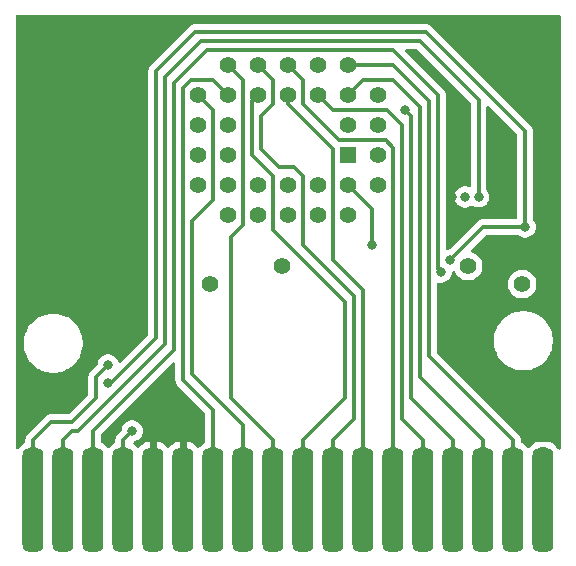
<source format=gbr>
%TF.GenerationSoftware,KiCad,Pcbnew,(6.0.5-71-gf89d5f9949)*%
%TF.CreationDate,2022-07-15T15:52:26+02:00*%
%TF.ProjectId,Vectorblade_PLCC32_THT,56656374-6f72-4626-9c61-64655f504c43,rev?*%
%TF.SameCoordinates,Original*%
%TF.FileFunction,Copper,L2,Bot*%
%TF.FilePolarity,Positive*%
%FSLAX46Y46*%
G04 Gerber Fmt 4.6, Leading zero omitted, Abs format (unit mm)*
G04 Created by KiCad (PCBNEW (6.0.5-71-gf89d5f9949)) date 2022-07-15 15:52:26*
%MOMM*%
%LPD*%
G01*
G04 APERTURE LIST*
G04 Aperture macros list*
%AMRoundRect*
0 Rectangle with rounded corners*
0 $1 Rounding radius*
0 $2 $3 $4 $5 $6 $7 $8 $9 X,Y pos of 4 corners*
0 Add a 4 corners polygon primitive as box body*
4,1,4,$2,$3,$4,$5,$6,$7,$8,$9,$2,$3,0*
0 Add four circle primitives for the rounded corners*
1,1,$1+$1,$2,$3*
1,1,$1+$1,$4,$5*
1,1,$1+$1,$6,$7*
1,1,$1+$1,$8,$9*
0 Add four rect primitives between the rounded corners*
20,1,$1+$1,$2,$3,$4,$5,0*
20,1,$1+$1,$4,$5,$6,$7,0*
20,1,$1+$1,$6,$7,$8,$9,0*
20,1,$1+$1,$8,$9,$2,$3,0*%
G04 Aperture macros list end*
%TA.AperFunction,ComponentPad*%
%ADD10C,1.422400*%
%TD*%
%TA.AperFunction,ComponentPad*%
%ADD11R,1.422400X1.422400*%
%TD*%
%TA.AperFunction,SMDPad,CuDef*%
%ADD12RoundRect,0.666750X-0.222250X-3.778250X0.222250X-3.778250X0.222250X3.778250X-0.222250X3.778250X0*%
%TD*%
%TA.AperFunction,ViaPad*%
%ADD13C,0.800000*%
%TD*%
%TA.AperFunction,Conductor*%
%ADD14C,0.300000*%
%TD*%
G04 APERTURE END LIST*
D10*
%TO.P,,22,CE*%
%TO.N,Net-(U1-Pad22)*%
X150876000Y-96012000D03*
%TD*%
D11*
%TO.P,U1,1,NC*%
%TO.N,unconnected-(U1-Pad1)*%
X162560000Y-85090000D03*
D10*
%TO.P,U1,2,A16*%
%TO.N,/PB6*%
X165100000Y-82550000D03*
%TO.P,U1,3,A15*%
%TO.N,/V-CE*%
X162560000Y-82550000D03*
%TO.P,U1,4,A12*%
%TO.N,/V-A12*%
X165100000Y-80010000D03*
%TO.P,U1,5,A7*%
%TO.N,/V-A7*%
X162560000Y-77470000D03*
%TO.P,U1,6,A6*%
%TO.N,/V-A6*%
X162560000Y-80010000D03*
%TO.P,U1,7,A5*%
%TO.N,/V-A5*%
X160020000Y-77470000D03*
%TO.P,U1,8,A4*%
%TO.N,/V-A4*%
X160020000Y-80010000D03*
%TO.P,U1,9,A3*%
%TO.N,/V-A3*%
X157480000Y-77470000D03*
%TO.P,U1,10,A2*%
%TO.N,/V-A2*%
X157480000Y-80010000D03*
%TO.P,U1,11,A1*%
%TO.N,/V-A1*%
X154940000Y-77470000D03*
%TO.P,U1,12,A0*%
%TO.N,/V-A0*%
X154940000Y-80010000D03*
%TO.P,U1,13,D0*%
%TO.N,/V-D0*%
X152400000Y-77470000D03*
%TO.P,U1,14,D1*%
%TO.N,/V-D1*%
X149860000Y-80010000D03*
%TO.P,U1,15,D2*%
%TO.N,/V-D2*%
X152400000Y-80010000D03*
%TO.P,U1,16,GND*%
%TO.N,GND*%
X149860000Y-82550000D03*
%TO.P,U1,17,D3*%
%TO.N,/V-D3*%
X152400000Y-82550000D03*
%TO.P,U1,18,D4*%
%TO.N,/V-D4*%
X149860000Y-85090000D03*
%TO.P,U1,19,D5*%
%TO.N,/V-D5*%
X152400000Y-85090000D03*
%TO.P,U1,20,D6*%
%TO.N,/V-D6*%
X149860000Y-87630000D03*
%TO.P,U1,21,D7*%
%TO.N,/V-D7*%
X152400000Y-90170000D03*
%TO.P,U1,22,CE*%
%TO.N,Net-(U1-Pad22)*%
X152400000Y-87630000D03*
%TO.P,U1,23,A10*%
%TO.N,/V-A10*%
X154940000Y-90170000D03*
%TO.P,U1,24,OE*%
%TO.N,Net-(U1-Pad24)*%
X154940000Y-87630000D03*
%TO.P,U1,25,A11*%
%TO.N,/V-A11*%
X157480000Y-90170000D03*
%TO.P,U1,26,A9*%
%TO.N,/V-A9*%
X157480000Y-87630000D03*
%TO.P,U1,27,A8*%
%TO.N,/V-A8*%
X160020000Y-90170000D03*
%TO.P,U1,28,A13*%
%TO.N,/V-A13*%
X160020000Y-87630000D03*
%TO.P,U1,29,A14*%
%TO.N,/V-A14*%
X162560000Y-90170000D03*
%TO.P,U1,30,A17*%
%TO.N,/IRQ*%
X165100000Y-87630000D03*
%TO.P,U1,31,PGM*%
%TO.N,/V-RW*%
X162560000Y-87630000D03*
%TO.P,U1,32,VCC*%
%TO.N,+5V*%
X165100000Y-85090000D03*
%TD*%
D12*
%TO.P,CON3,1,HALT*%
%TO.N,unconnected-(CON3-Pad1)*%
X179070000Y-114300000D03*
%TO.P,CON3,3,A7*%
%TO.N,/V-A7*%
X176530000Y-114300000D03*
%TO.P,CON3,5,A6*%
%TO.N,/V-A6*%
X173990000Y-114300000D03*
%TO.P,CON3,7,A5*%
%TO.N,/V-A5*%
X171450000Y-114300000D03*
%TO.P,CON3,9,A4*%
%TO.N,/V-A4*%
X168910000Y-114300000D03*
%TO.P,CON3,11,A3*%
%TO.N,/V-A3*%
X166370000Y-114300000D03*
%TO.P,CON3,13,A2*%
%TO.N,/V-A2*%
X163830000Y-114300000D03*
%TO.P,CON3,15,A1*%
%TO.N,/V-A1*%
X161290000Y-114300000D03*
%TO.P,CON3,17,A0*%
%TO.N,/V-A0*%
X158750000Y-114300000D03*
%TO.P,CON3,19,D0*%
%TO.N,/V-D0*%
X156210000Y-114300000D03*
%TO.P,CON3,21,D1*%
%TO.N,/V-D1*%
X153670000Y-114300000D03*
%TO.P,CON3,23,D2*%
%TO.N,/V-D2*%
X151130000Y-114300000D03*
%TO.P,CON3,25,GND*%
%TO.N,GND*%
X148590000Y-114300000D03*
%TO.P,CON3,27,GND1*%
X146050000Y-114300000D03*
%TO.P,CON3,29,A12*%
%TO.N,/V-A12*%
X143510000Y-114300000D03*
%TO.P,CON3,31,A13*%
%TO.N,/V-A13*%
X140970000Y-114300000D03*
%TO.P,CON3,33,A14*%
%TO.N,/V-A14*%
X138430000Y-114300000D03*
%TO.P,CON3,35,PB6*%
%TO.N,/PB6*%
X135890000Y-114300000D03*
%TD*%
D10*
%TO.P,,22,CE*%
%TO.N,Net-(U1-Pad22)*%
X177292000Y-96012000D03*
%TD*%
%TO.P,,24,OE*%
%TO.N,Net-(U1-Pad24)*%
X156972000Y-94488000D03*
%TD*%
%TO.P,,24,OE*%
%TO.N,Net-(U1-Pad24)*%
X172720000Y-94488000D03*
%TD*%
D13*
%TO.N,GND*%
X135890000Y-104775000D03*
X175260000Y-82804000D03*
X146050000Y-107188000D03*
X171323000Y-88667977D03*
X147320000Y-105918000D03*
X144780000Y-97536000D03*
X135890000Y-97155000D03*
X177546000Y-94234000D03*
X168656000Y-76962000D03*
X147320000Y-108458000D03*
X144780000Y-94742000D03*
X135890000Y-74930000D03*
X144780000Y-85852000D03*
X171958000Y-81026000D03*
X178816000Y-86995000D03*
X179070000Y-97155000D03*
X179070000Y-74930000D03*
X146050000Y-108458000D03*
X144780000Y-91694000D03*
X171958000Y-83058000D03*
X176403000Y-94234000D03*
X147320000Y-107188000D03*
X176403000Y-86995000D03*
X144780000Y-88900000D03*
X146050000Y-105918000D03*
X144780000Y-100330000D03*
X179070000Y-104775000D03*
%TO.N,/V-A5*%
X167386000Y-81280000D03*
%TO.N,/V-CE*%
X172466000Y-88646000D03*
%TO.N,/V-A12*%
X144272000Y-108458000D03*
%TO.N,/V-A13*%
X170434000Y-94996000D03*
%TO.N,/V-A14*%
X173609000Y-88630536D03*
%TO.N,/V-RW*%
X177546000Y-91186000D03*
X171196000Y-93980000D03*
X164592000Y-92710000D03*
X142240000Y-104394000D03*
%TO.N,/PB6*%
X142240000Y-102870000D03*
%TD*%
D14*
%TO.N,/V-A13*%
X140970000Y-108458000D02*
X140970000Y-114300000D01*
X166370000Y-76200000D02*
X150622000Y-76200000D01*
X170180000Y-80010000D02*
X166370000Y-76200000D01*
X170180000Y-94742000D02*
X170180000Y-80010000D01*
X147828000Y-101600000D02*
X140970000Y-108458000D01*
X170434000Y-94996000D02*
X170180000Y-94742000D01*
X150622000Y-76200000D02*
X147828000Y-78994000D01*
X147828000Y-78994000D02*
X147828000Y-101600000D01*
%TO.N,/V-A4*%
X161290000Y-81280000D02*
X160020000Y-80010000D01*
X165850037Y-81280000D02*
X161290000Y-81280000D01*
X167132000Y-82561963D02*
X165850037Y-81280000D01*
X167132000Y-107442000D02*
X167132000Y-82561963D01*
X168910000Y-114300000D02*
X168910000Y-109220000D01*
X168910000Y-109220000D02*
X167132000Y-107442000D01*
%TO.N,/V-A5*%
X171450000Y-109220000D02*
X171450000Y-114300000D01*
X167894000Y-81788000D02*
X167894000Y-105664000D01*
X167386000Y-81280000D02*
X167894000Y-81788000D01*
X167894000Y-105664000D02*
X171450000Y-109220000D01*
%TO.N,/V-A6*%
X163830000Y-78740000D02*
X162560000Y-80010000D01*
X168656000Y-81026000D02*
X166370000Y-78740000D01*
X166370000Y-78740000D02*
X163830000Y-78740000D01*
X168656000Y-103886000D02*
X168656000Y-81026000D01*
X173990000Y-109220000D02*
X168656000Y-103886000D01*
X173990000Y-114300000D02*
X173990000Y-109220000D01*
%TO.N,/V-A7*%
X166370000Y-77470000D02*
X162560000Y-77470000D01*
X169418000Y-80518000D02*
X166370000Y-77470000D01*
X176530000Y-109220000D02*
X169418000Y-102108000D01*
X169418000Y-102108000D02*
X169418000Y-80518000D01*
X176530000Y-114300000D02*
X176530000Y-109220000D01*
%TO.N,/V-RW*%
X169164000Y-74676000D02*
X177546000Y-83058000D01*
X177546000Y-83058000D02*
X177546000Y-91186000D01*
X149606000Y-74676000D02*
X169164000Y-74676000D01*
X146304000Y-100584000D02*
X146304000Y-77978000D01*
X142240000Y-104394000D02*
X142494000Y-104394000D01*
X142494000Y-104394000D02*
X146304000Y-100584000D01*
X146304000Y-77978000D02*
X149606000Y-74676000D01*
%TO.N,/V-A14*%
X138430000Y-109220000D02*
X138430000Y-114300000D01*
X139192000Y-108458000D02*
X138430000Y-109220000D01*
X147066000Y-78486000D02*
X147066000Y-101092000D01*
X147066000Y-101092000D02*
X139700000Y-108458000D01*
X168656000Y-75438000D02*
X150114000Y-75438000D01*
X139700000Y-108458000D02*
X139192000Y-108458000D01*
X150114000Y-75438000D02*
X147066000Y-78486000D01*
X173609000Y-80391000D02*
X168656000Y-75438000D01*
X173609000Y-88630536D02*
X173609000Y-80391000D01*
%TO.N,/V-A3*%
X158750000Y-78740000D02*
X157480000Y-77470000D01*
X161798000Y-83820000D02*
X158750000Y-80772000D01*
X165735000Y-83820000D02*
X161798000Y-83820000D01*
X166370000Y-84455000D02*
X165735000Y-83820000D01*
X158750000Y-80772000D02*
X158750000Y-78740000D01*
X166370000Y-114300000D02*
X166370000Y-84455000D01*
%TO.N,/V-A2*%
X163830000Y-114300000D02*
X163830000Y-96520000D01*
X157480000Y-80772000D02*
X157480000Y-80010000D01*
X161290000Y-93980000D02*
X161290000Y-84582000D01*
X163830000Y-96520000D02*
X161290000Y-93980000D01*
X161290000Y-84582000D02*
X157480000Y-80772000D01*
%TO.N,/V-A1*%
X161290000Y-114300000D02*
X161290000Y-109220000D01*
X155194000Y-84582000D02*
X155194000Y-81788000D01*
X161290000Y-109220000D02*
X163068000Y-107442000D01*
X157988000Y-86106000D02*
X156718000Y-86106000D01*
X158750000Y-86868000D02*
X157988000Y-86106000D01*
X158750000Y-92710000D02*
X158750000Y-86868000D01*
X163068000Y-97028000D02*
X158750000Y-92710000D01*
X155194000Y-81788000D02*
X156210000Y-80772000D01*
X163068000Y-107442000D02*
X163068000Y-97028000D01*
X156718000Y-86106000D02*
X155194000Y-84582000D01*
X156210000Y-78740000D02*
X154940000Y-77470000D01*
X156210000Y-80772000D02*
X156210000Y-78740000D01*
%TO.N,/V-A0*%
X156210000Y-86868000D02*
X154432000Y-85090000D01*
X162306000Y-105664000D02*
X162306000Y-97536000D01*
X156210000Y-91440000D02*
X156210000Y-86868000D01*
X154432000Y-85090000D02*
X154432000Y-80518000D01*
X162306000Y-97536000D02*
X156210000Y-91440000D01*
X154432000Y-80518000D02*
X154940000Y-80010000D01*
X158750000Y-114300000D02*
X158750000Y-109220000D01*
X158750000Y-109220000D02*
X162306000Y-105664000D01*
%TO.N,/V-D0*%
X153670000Y-91047036D02*
X153670000Y-78740000D01*
X153670000Y-78740000D02*
X152400000Y-77470000D01*
X152654000Y-92063036D02*
X153670000Y-91047036D01*
X152654000Y-105664000D02*
X152654000Y-92063036D01*
X156210000Y-114300000D02*
X156210000Y-109220000D01*
X156210000Y-109220000D02*
X152654000Y-105664000D01*
%TO.N,/V-D1*%
X149352000Y-103632000D02*
X149352000Y-90678000D01*
X153670000Y-114300000D02*
X153670000Y-107950000D01*
X151130000Y-88900000D02*
X151130000Y-81280000D01*
X151130000Y-81280000D02*
X149860000Y-80010000D01*
X153670000Y-107950000D02*
X149352000Y-103632000D01*
X149352000Y-90678000D02*
X151130000Y-88900000D01*
%TO.N,/V-D2*%
X148590000Y-79375000D02*
X149225000Y-78740000D01*
X151130000Y-78740000D02*
X152400000Y-80010000D01*
X151130000Y-114300000D02*
X151130000Y-106680000D01*
X151130000Y-106680000D02*
X148590000Y-104140000D01*
X148590000Y-104140000D02*
X148590000Y-79375000D01*
X149225000Y-78740000D02*
X151130000Y-78740000D01*
%TO.N,/V-A12*%
X143510000Y-109220000D02*
X143510000Y-114300000D01*
X144272000Y-108458000D02*
X143510000Y-109220000D01*
%TO.N,/V-RW*%
X173990000Y-91186000D02*
X171196000Y-93980000D01*
X164592000Y-89662000D02*
X162560000Y-87630000D01*
X177546000Y-91186000D02*
X173990000Y-91186000D01*
X164592000Y-92710000D02*
X164592000Y-89662000D01*
%TO.N,/PB6*%
X139192000Y-107696000D02*
X137414000Y-107696000D01*
X137414000Y-107696000D02*
X135890000Y-109220000D01*
X142240000Y-102870000D02*
X141224000Y-103886000D01*
X141224000Y-103886000D02*
X141224000Y-105664000D01*
X135890000Y-109220000D02*
X135890000Y-114300000D01*
X141224000Y-105664000D02*
X139192000Y-107696000D01*
%TD*%
%TA.AperFunction,Conductor*%
%TO.N,GND*%
G36*
X147895859Y-102662805D02*
G01*
X147934423Y-102729600D01*
X147939500Y-102768164D01*
X147939500Y-104059846D01*
X147939002Y-104070414D01*
X147937240Y-104078296D01*
X147937535Y-104087668D01*
X147939426Y-104147849D01*
X147939500Y-104152530D01*
X147939500Y-104180925D01*
X147940085Y-104185558D01*
X147940357Y-104189884D01*
X147941006Y-104198125D01*
X147942403Y-104242569D01*
X147945018Y-104251568D01*
X147947774Y-104261054D01*
X147952516Y-104283953D01*
X147954929Y-104303058D01*
X147958380Y-104311774D01*
X147971302Y-104344410D01*
X147975850Y-104357693D01*
X147988256Y-104400398D01*
X147993028Y-104408467D01*
X147998059Y-104416974D01*
X148008342Y-104437963D01*
X148015432Y-104455871D01*
X148041575Y-104491854D01*
X148049275Y-104503576D01*
X148071919Y-104541865D01*
X148085534Y-104555480D01*
X148100719Y-104573259D01*
X148112037Y-104588837D01*
X148146179Y-104617081D01*
X148146304Y-104617185D01*
X148156687Y-104626633D01*
X150435859Y-106905805D01*
X150474423Y-106972600D01*
X150479500Y-107011164D01*
X150479500Y-109337895D01*
X150459538Y-109412395D01*
X150405000Y-109466933D01*
X150391227Y-109473958D01*
X150334071Y-109499466D01*
X150278422Y-109537784D01*
X150163002Y-109617258D01*
X150162998Y-109617261D01*
X150157381Y-109621129D01*
X150005821Y-109772954D01*
X150001960Y-109778582D01*
X150001956Y-109778587D01*
X149987344Y-109799888D01*
X149928738Y-109850030D01*
X149852914Y-109864151D01*
X149780188Y-109838468D01*
X149741756Y-109800103D01*
X149722531Y-109772183D01*
X149713828Y-109761737D01*
X149570691Y-109618851D01*
X149560224Y-109610161D01*
X149393449Y-109495753D01*
X149381579Y-109489119D01*
X149196749Y-109407021D01*
X149183860Y-109402658D01*
X148986432Y-109355443D01*
X148974458Y-109353594D01*
X148909567Y-109348943D01*
X148893838Y-109351972D01*
X148890000Y-109363054D01*
X148890000Y-110744000D01*
X148290000Y-110744000D01*
X148290000Y-109367168D01*
X148285855Y-109351697D01*
X148274591Y-109348679D01*
X148203511Y-109353880D01*
X148191525Y-109355750D01*
X147994186Y-109403309D01*
X147981307Y-109407693D01*
X147796625Y-109490112D01*
X147784758Y-109496772D01*
X147618180Y-109611471D01*
X147607737Y-109620172D01*
X147464851Y-109763309D01*
X147456161Y-109773776D01*
X147442787Y-109793271D01*
X147384182Y-109843413D01*
X147308357Y-109857534D01*
X147235631Y-109831851D01*
X147197197Y-109793484D01*
X147182526Y-109772178D01*
X147173828Y-109761737D01*
X147030691Y-109618851D01*
X147020224Y-109610161D01*
X146853449Y-109495753D01*
X146841579Y-109489119D01*
X146656749Y-109407021D01*
X146643860Y-109402658D01*
X146446432Y-109355443D01*
X146434458Y-109353594D01*
X146369567Y-109348943D01*
X146353838Y-109351972D01*
X146350000Y-109363054D01*
X146350000Y-110744000D01*
X145750000Y-110744000D01*
X145750000Y-109367168D01*
X145745855Y-109351697D01*
X145734591Y-109348679D01*
X145663511Y-109353880D01*
X145651525Y-109355750D01*
X145454186Y-109403309D01*
X145441307Y-109407693D01*
X145256625Y-109490112D01*
X145244758Y-109496772D01*
X145078180Y-109611471D01*
X145067737Y-109620172D01*
X144924851Y-109763309D01*
X144916159Y-109773779D01*
X144898241Y-109799897D01*
X144839636Y-109850038D01*
X144763812Y-109864159D01*
X144691085Y-109838475D01*
X144652653Y-109800110D01*
X144636742Y-109777003D01*
X144636741Y-109777002D01*
X144632871Y-109771381D01*
X144623211Y-109761737D01*
X144557388Y-109696030D01*
X144481046Y-109619821D01*
X144449488Y-109598172D01*
X144399346Y-109539567D01*
X144385225Y-109463742D01*
X144410908Y-109391016D01*
X144469513Y-109340874D01*
X144502799Y-109329560D01*
X144544161Y-109320769D01*
X144544167Y-109320767D01*
X144551803Y-109319144D01*
X144724730Y-109242151D01*
X144805114Y-109183749D01*
X144871551Y-109135480D01*
X144871553Y-109135479D01*
X144877871Y-109130888D01*
X144941930Y-109059744D01*
X144999307Y-108996021D01*
X144999311Y-108996016D01*
X145004533Y-108990216D01*
X145015963Y-108970420D01*
X145073348Y-108871025D01*
X145099179Y-108826284D01*
X145157674Y-108646256D01*
X145161468Y-108610164D01*
X145176644Y-108465764D01*
X145177460Y-108458000D01*
X145165741Y-108346500D01*
X145158491Y-108277514D01*
X145158490Y-108277511D01*
X145157674Y-108269744D01*
X145099179Y-108089716D01*
X145004533Y-107925784D01*
X144999311Y-107919984D01*
X144999307Y-107919979D01*
X144933597Y-107847002D01*
X144877871Y-107785112D01*
X144724730Y-107673849D01*
X144551803Y-107596856D01*
X144544167Y-107595233D01*
X144544164Y-107595232D01*
X144374287Y-107559124D01*
X144374286Y-107559124D01*
X144366646Y-107557500D01*
X144177354Y-107557500D01*
X144169714Y-107559124D01*
X144169713Y-107559124D01*
X143999836Y-107595232D01*
X143999833Y-107595233D01*
X143992197Y-107596856D01*
X143819270Y-107673849D01*
X143666129Y-107785112D01*
X143610403Y-107847002D01*
X143544693Y-107919979D01*
X143544689Y-107919984D01*
X143539467Y-107925784D01*
X143444821Y-108089716D01*
X143386326Y-108269744D01*
X143385510Y-108277504D01*
X143385510Y-108277506D01*
X143373756Y-108389339D01*
X143346115Y-108461344D01*
X143330931Y-108479123D01*
X143106701Y-108703353D01*
X143098879Y-108710471D01*
X143092060Y-108714798D01*
X143085643Y-108721632D01*
X143085640Y-108721634D01*
X143044428Y-108765521D01*
X143041171Y-108768883D01*
X143021089Y-108788965D01*
X143018223Y-108792659D01*
X143015352Y-108795916D01*
X143009995Y-108802188D01*
X142987368Y-108826284D01*
X142979552Y-108834607D01*
X142970274Y-108851485D01*
X142957443Y-108871017D01*
X142945638Y-108886236D01*
X142941914Y-108894841D01*
X142941912Y-108894845D01*
X142927977Y-108927049D01*
X142921805Y-108939648D01*
X142900373Y-108978632D01*
X142898042Y-108987711D01*
X142895583Y-108997288D01*
X142888011Y-109019406D01*
X142880365Y-109037074D01*
X142878899Y-109046330D01*
X142878898Y-109046333D01*
X142873409Y-109080990D01*
X142870563Y-109094734D01*
X142862330Y-109126802D01*
X142859500Y-109137823D01*
X142859500Y-109157079D01*
X142857665Y-109180389D01*
X142854653Y-109199405D01*
X142855535Y-109208734D01*
X142858839Y-109243686D01*
X142859500Y-109257709D01*
X142859500Y-109337895D01*
X142839538Y-109412395D01*
X142785000Y-109466933D01*
X142771227Y-109473958D01*
X142714071Y-109499466D01*
X142658422Y-109537784D01*
X142543002Y-109617258D01*
X142542998Y-109617261D01*
X142537381Y-109621129D01*
X142385821Y-109772954D01*
X142381957Y-109778587D01*
X142381953Y-109778592D01*
X142362799Y-109806513D01*
X142304195Y-109856655D01*
X142228370Y-109870777D01*
X142155644Y-109845094D01*
X142117210Y-109806728D01*
X142096742Y-109777003D01*
X142096741Y-109777002D01*
X142092871Y-109771381D01*
X142083211Y-109761737D01*
X142017388Y-109696030D01*
X141941046Y-109619821D01*
X141795866Y-109520227D01*
X141769774Y-109502328D01*
X141769773Y-109502327D01*
X141764144Y-109498466D01*
X141757909Y-109495697D01*
X141757901Y-109495692D01*
X141709016Y-109473979D01*
X141649033Y-109425494D01*
X141621330Y-109353513D01*
X141620500Y-109337808D01*
X141620500Y-108789164D01*
X141640462Y-108714664D01*
X141664141Y-108683805D01*
X147685141Y-102662805D01*
X147751936Y-102624241D01*
X147829064Y-102624241D01*
X147895859Y-102662805D01*
G37*
%TD.AperFunction*%
%TA.AperFunction,Conductor*%
G36*
X180523000Y-73246062D02*
G01*
X180577538Y-73300600D01*
X180597500Y-73375100D01*
X180597500Y-109883608D01*
X180577538Y-109958108D01*
X180523000Y-110012646D01*
X180448500Y-110032608D01*
X180374000Y-110012646D01*
X180318561Y-109956524D01*
X180317317Y-109954308D01*
X180314534Y-109948071D01*
X180256755Y-109864159D01*
X180196742Y-109777002D01*
X180196739Y-109776998D01*
X180192871Y-109771381D01*
X180183211Y-109761737D01*
X180117388Y-109696030D01*
X180041046Y-109619821D01*
X179895866Y-109520227D01*
X179869774Y-109502328D01*
X179869773Y-109502327D01*
X179864144Y-109498466D01*
X179857907Y-109495695D01*
X179857904Y-109495694D01*
X179699860Y-109425494D01*
X179668089Y-109411382D01*
X179459447Y-109361484D01*
X179453391Y-109361050D01*
X179453385Y-109361049D01*
X179409331Y-109357892D01*
X179362017Y-109354500D01*
X179073085Y-109354500D01*
X178777984Y-109354501D01*
X178678528Y-109361777D01*
X178672619Y-109363201D01*
X178672613Y-109363202D01*
X178540461Y-109395051D01*
X178469974Y-109412039D01*
X178463738Y-109414822D01*
X178463735Y-109414823D01*
X178280311Y-109496681D01*
X178280309Y-109496682D01*
X178274071Y-109499466D01*
X178218422Y-109537784D01*
X178103002Y-109617258D01*
X178102998Y-109617261D01*
X178097381Y-109621129D01*
X177945821Y-109772954D01*
X177941957Y-109778587D01*
X177941953Y-109778592D01*
X177922799Y-109806513D01*
X177864195Y-109856655D01*
X177788370Y-109870777D01*
X177715644Y-109845094D01*
X177677210Y-109806728D01*
X177656742Y-109777003D01*
X177656741Y-109777002D01*
X177652871Y-109771381D01*
X177643211Y-109761737D01*
X177577388Y-109696030D01*
X177501046Y-109619821D01*
X177355866Y-109520227D01*
X177329774Y-109502328D01*
X177329773Y-109502327D01*
X177324144Y-109498466D01*
X177317909Y-109495697D01*
X177317901Y-109495692D01*
X177269016Y-109473979D01*
X177209033Y-109425494D01*
X177181330Y-109353513D01*
X177180500Y-109337808D01*
X177180500Y-109300154D01*
X177180998Y-109289586D01*
X177182760Y-109281704D01*
X177180574Y-109212138D01*
X177180500Y-109207470D01*
X177180500Y-109179075D01*
X177179915Y-109174442D01*
X177179643Y-109170116D01*
X177178994Y-109161873D01*
X177177892Y-109126801D01*
X177177891Y-109126798D01*
X177177597Y-109117431D01*
X177172224Y-109098938D01*
X177167484Y-109076046D01*
X177166246Y-109066243D01*
X177166245Y-109066239D01*
X177165071Y-109056942D01*
X177148697Y-109015588D01*
X177144150Y-109002306D01*
X177134360Y-108968607D01*
X177134360Y-108968606D01*
X177131744Y-108959602D01*
X177121940Y-108943024D01*
X177111657Y-108922034D01*
X177111654Y-108922025D01*
X177104568Y-108904129D01*
X177078422Y-108868142D01*
X177070725Y-108856424D01*
X177052854Y-108826205D01*
X177052852Y-108826202D01*
X177048081Y-108818135D01*
X177034466Y-108804520D01*
X177019281Y-108786741D01*
X177013472Y-108778745D01*
X177013470Y-108778743D01*
X177007963Y-108771163D01*
X176973696Y-108742815D01*
X176963313Y-108733367D01*
X170112141Y-101882195D01*
X170073577Y-101815400D01*
X170068500Y-101776836D01*
X170068500Y-100982918D01*
X174897500Y-100982918D01*
X174936934Y-101295073D01*
X174938097Y-101299602D01*
X174999287Y-101537920D01*
X175015181Y-101599825D01*
X175131006Y-101892366D01*
X175133255Y-101896458D01*
X175133257Y-101896461D01*
X175161636Y-101948082D01*
X175282584Y-102168084D01*
X175285329Y-102171863D01*
X175285334Y-102171870D01*
X175424914Y-102363985D01*
X175467522Y-102422630D01*
X175470725Y-102426041D01*
X175470726Y-102426042D01*
X175663248Y-102631056D01*
X175682906Y-102651990D01*
X175686517Y-102654978D01*
X175686521Y-102654981D01*
X175921728Y-102849562D01*
X175921734Y-102849567D01*
X175925337Y-102852547D01*
X175929281Y-102855050D01*
X175929288Y-102855055D01*
X176121614Y-102977108D01*
X176190993Y-103021137D01*
X176239556Y-103043989D01*
X176471438Y-103153105D01*
X176471445Y-103153108D01*
X176475685Y-103155103D01*
X176774921Y-103252331D01*
X176779517Y-103253208D01*
X176779522Y-103253209D01*
X177052601Y-103305301D01*
X177083985Y-103311288D01*
X177088646Y-103311581D01*
X177088652Y-103311582D01*
X177295715Y-103324609D01*
X177319417Y-103326100D01*
X177476583Y-103326100D01*
X177500285Y-103324609D01*
X177707348Y-103311582D01*
X177707354Y-103311581D01*
X177712015Y-103311288D01*
X177743399Y-103305301D01*
X178016478Y-103253209D01*
X178016483Y-103253208D01*
X178021079Y-103252331D01*
X178320315Y-103155103D01*
X178324555Y-103153108D01*
X178324562Y-103153105D01*
X178556444Y-103043989D01*
X178605007Y-103021137D01*
X178674386Y-102977108D01*
X178866712Y-102855055D01*
X178866719Y-102855050D01*
X178870663Y-102852547D01*
X178874266Y-102849567D01*
X178874272Y-102849562D01*
X179109479Y-102654981D01*
X179109483Y-102654978D01*
X179113094Y-102651990D01*
X179132753Y-102631056D01*
X179325274Y-102426042D01*
X179325275Y-102426041D01*
X179328478Y-102422630D01*
X179371086Y-102363985D01*
X179510666Y-102171870D01*
X179510671Y-102171863D01*
X179513416Y-102168084D01*
X179634364Y-101948082D01*
X179662743Y-101896461D01*
X179662745Y-101896458D01*
X179664994Y-101892366D01*
X179780819Y-101599825D01*
X179796714Y-101537920D01*
X179857903Y-101299602D01*
X179859066Y-101295073D01*
X179898500Y-100982918D01*
X179898500Y-100668282D01*
X179859066Y-100356127D01*
X179780819Y-100051375D01*
X179664994Y-99758834D01*
X179623368Y-99683116D01*
X179515669Y-99487215D01*
X179513416Y-99483116D01*
X179510671Y-99479337D01*
X179510666Y-99479330D01*
X179331228Y-99232355D01*
X179328478Y-99228570D01*
X179304116Y-99202627D01*
X179116303Y-99002627D01*
X179116301Y-99002625D01*
X179113094Y-98999210D01*
X179109479Y-98996219D01*
X178874272Y-98801638D01*
X178874266Y-98801633D01*
X178870663Y-98798653D01*
X178866719Y-98796150D01*
X178866712Y-98796145D01*
X178608962Y-98632573D01*
X178605007Y-98630063D01*
X178522150Y-98591074D01*
X178324562Y-98498095D01*
X178324555Y-98498092D01*
X178320315Y-98496097D01*
X178021079Y-98398869D01*
X178016483Y-98397992D01*
X178016478Y-98397991D01*
X177716607Y-98340788D01*
X177712015Y-98339912D01*
X177707354Y-98339619D01*
X177707348Y-98339618D01*
X177500285Y-98326591D01*
X177476583Y-98325100D01*
X177319417Y-98325100D01*
X177295715Y-98326591D01*
X177088652Y-98339618D01*
X177088646Y-98339619D01*
X177083985Y-98339912D01*
X177079393Y-98340788D01*
X176779522Y-98397991D01*
X176779517Y-98397992D01*
X176774921Y-98398869D01*
X176475685Y-98496097D01*
X176471445Y-98498092D01*
X176471438Y-98498095D01*
X176273850Y-98591074D01*
X176190993Y-98630063D01*
X176187038Y-98632573D01*
X175929288Y-98796145D01*
X175929281Y-98796150D01*
X175925337Y-98798653D01*
X175921734Y-98801633D01*
X175921728Y-98801638D01*
X175686521Y-98996219D01*
X175682906Y-98999210D01*
X175679699Y-99002625D01*
X175679697Y-99002627D01*
X175491884Y-99202627D01*
X175467522Y-99228570D01*
X175464772Y-99232355D01*
X175285334Y-99479330D01*
X175285329Y-99479337D01*
X175282584Y-99483116D01*
X175280331Y-99487215D01*
X175172633Y-99683116D01*
X175131006Y-99758834D01*
X175015181Y-100051375D01*
X174936934Y-100356127D01*
X174897500Y-100668282D01*
X174897500Y-100982918D01*
X170068500Y-100982918D01*
X170068500Y-96022928D01*
X170071428Y-96012000D01*
X176075672Y-96012000D01*
X176076239Y-96018481D01*
X176093245Y-96212853D01*
X176094151Y-96223213D01*
X176095832Y-96229487D01*
X176095833Y-96229492D01*
X176135102Y-96376044D01*
X176149026Y-96428009D01*
X176238629Y-96620164D01*
X176242360Y-96625492D01*
X176242362Y-96625496D01*
X176313523Y-96727124D01*
X176360239Y-96793841D01*
X176510159Y-96943761D01*
X176576876Y-96990477D01*
X176678504Y-97061638D01*
X176678508Y-97061640D01*
X176683836Y-97065371D01*
X176875991Y-97154974D01*
X176882272Y-97156657D01*
X177074508Y-97208167D01*
X177074513Y-97208168D01*
X177080787Y-97209849D01*
X177087258Y-97210415D01*
X177087263Y-97210416D01*
X177285519Y-97227761D01*
X177292000Y-97228328D01*
X177298481Y-97227761D01*
X177496737Y-97210416D01*
X177496742Y-97210415D01*
X177503213Y-97209849D01*
X177509487Y-97208168D01*
X177509492Y-97208167D01*
X177701728Y-97156657D01*
X177708009Y-97154974D01*
X177900164Y-97065371D01*
X177905492Y-97061640D01*
X177905496Y-97061638D01*
X178007124Y-96990477D01*
X178073841Y-96943761D01*
X178223761Y-96793841D01*
X178270477Y-96727124D01*
X178341638Y-96625496D01*
X178341640Y-96625492D01*
X178345371Y-96620164D01*
X178434974Y-96428009D01*
X178448898Y-96376044D01*
X178488167Y-96229492D01*
X178488168Y-96229487D01*
X178489849Y-96223213D01*
X178490756Y-96212853D01*
X178507761Y-96018481D01*
X178508328Y-96012000D01*
X178494502Y-95853967D01*
X178490416Y-95807263D01*
X178490415Y-95807258D01*
X178489849Y-95800787D01*
X178459204Y-95686416D01*
X178436657Y-95602272D01*
X178434974Y-95595991D01*
X178345371Y-95403836D01*
X178341640Y-95398508D01*
X178341638Y-95398504D01*
X178227490Y-95235485D01*
X178223761Y-95230159D01*
X178073841Y-95080239D01*
X177968711Y-95006626D01*
X177905496Y-94962362D01*
X177905492Y-94962360D01*
X177900164Y-94958629D01*
X177708009Y-94869026D01*
X177667580Y-94858193D01*
X177509492Y-94815833D01*
X177509487Y-94815832D01*
X177503213Y-94814151D01*
X177496742Y-94813585D01*
X177496737Y-94813584D01*
X177298481Y-94796239D01*
X177292000Y-94795672D01*
X177285519Y-94796239D01*
X177087263Y-94813584D01*
X177087258Y-94813585D01*
X177080787Y-94814151D01*
X177074513Y-94815832D01*
X177074508Y-94815833D01*
X176916420Y-94858193D01*
X176875991Y-94869026D01*
X176683836Y-94958629D01*
X176678508Y-94962360D01*
X176678504Y-94962362D01*
X176615289Y-95006626D01*
X176510159Y-95080239D01*
X176360239Y-95230159D01*
X176356510Y-95235485D01*
X176242362Y-95398504D01*
X176242360Y-95398508D01*
X176238629Y-95403836D01*
X176149026Y-95595991D01*
X176147343Y-95602272D01*
X176124797Y-95686416D01*
X176094151Y-95800787D01*
X176093585Y-95807258D01*
X176093584Y-95807263D01*
X176089498Y-95853967D01*
X176075672Y-96012000D01*
X170071428Y-96012000D01*
X170088462Y-95948428D01*
X170143000Y-95893890D01*
X170217500Y-95873928D01*
X170248478Y-95877184D01*
X170339354Y-95896500D01*
X170528646Y-95896500D01*
X170536286Y-95894876D01*
X170536287Y-95894876D01*
X170706164Y-95858768D01*
X170706167Y-95858767D01*
X170713803Y-95857144D01*
X170886730Y-95780151D01*
X171039871Y-95668888D01*
X171095597Y-95606998D01*
X171161307Y-95534021D01*
X171161311Y-95534016D01*
X171166533Y-95528216D01*
X171261179Y-95364284D01*
X171319674Y-95184256D01*
X171334887Y-95039511D01*
X171362527Y-94967506D01*
X171422467Y-94918968D01*
X171498646Y-94906902D01*
X171570651Y-94934542D01*
X171618111Y-94992115D01*
X171666629Y-95096164D01*
X171670360Y-95101492D01*
X171670362Y-95101496D01*
X171722872Y-95176487D01*
X171788239Y-95269841D01*
X171938159Y-95419761D01*
X171943485Y-95423490D01*
X172106504Y-95537638D01*
X172106508Y-95537640D01*
X172111836Y-95541371D01*
X172303991Y-95630974D01*
X172310272Y-95632657D01*
X172502508Y-95684167D01*
X172502513Y-95684168D01*
X172508787Y-95685849D01*
X172515258Y-95686415D01*
X172515263Y-95686416D01*
X172713519Y-95703761D01*
X172720000Y-95704328D01*
X172726481Y-95703761D01*
X172924737Y-95686416D01*
X172924742Y-95686415D01*
X172931213Y-95685849D01*
X172937487Y-95684168D01*
X172937492Y-95684167D01*
X173129728Y-95632657D01*
X173136009Y-95630974D01*
X173328164Y-95541371D01*
X173333492Y-95537640D01*
X173333496Y-95537638D01*
X173496515Y-95423490D01*
X173501841Y-95419761D01*
X173651761Y-95269841D01*
X173717128Y-95176487D01*
X173769638Y-95101496D01*
X173769640Y-95101492D01*
X173773371Y-95096164D01*
X173862974Y-94904009D01*
X173886601Y-94815833D01*
X173916167Y-94705492D01*
X173916168Y-94705487D01*
X173917849Y-94699213D01*
X173920525Y-94668636D01*
X173935761Y-94494481D01*
X173936328Y-94488000D01*
X173917849Y-94276787D01*
X173862974Y-94071991D01*
X173773371Y-93879836D01*
X173769640Y-93874508D01*
X173769638Y-93874504D01*
X173655490Y-93711485D01*
X173651761Y-93706159D01*
X173501841Y-93556239D01*
X173413170Y-93494151D01*
X173333496Y-93438362D01*
X173333492Y-93438360D01*
X173328164Y-93434629D01*
X173136009Y-93345026D01*
X173081581Y-93330442D01*
X173014786Y-93291878D01*
X172976222Y-93225083D01*
X172976222Y-93147955D01*
X173014786Y-93081160D01*
X174215805Y-91880141D01*
X174282600Y-91841577D01*
X174321164Y-91836500D01*
X176860901Y-91836500D01*
X176935401Y-91856462D01*
X176948480Y-91864956D01*
X177093270Y-91970151D01*
X177266197Y-92047144D01*
X177273833Y-92048767D01*
X177273836Y-92048768D01*
X177443713Y-92084876D01*
X177443714Y-92084876D01*
X177451354Y-92086500D01*
X177640646Y-92086500D01*
X177648286Y-92084876D01*
X177648287Y-92084876D01*
X177818164Y-92048768D01*
X177818167Y-92048767D01*
X177825803Y-92047144D01*
X177998730Y-91970151D01*
X178102427Y-91894811D01*
X178145551Y-91863480D01*
X178145553Y-91863479D01*
X178151871Y-91858888D01*
X178231830Y-91770085D01*
X178273307Y-91724021D01*
X178273311Y-91724016D01*
X178278533Y-91718216D01*
X178286284Y-91704792D01*
X178340850Y-91610280D01*
X178373179Y-91554284D01*
X178431674Y-91374256D01*
X178432525Y-91366167D01*
X178450644Y-91193764D01*
X178451460Y-91186000D01*
X178442998Y-91105490D01*
X178432491Y-91005514D01*
X178432490Y-91005511D01*
X178431674Y-90997744D01*
X178373179Y-90817716D01*
X178306675Y-90702528D01*
X178282435Y-90660542D01*
X178282434Y-90660540D01*
X178278533Y-90653784D01*
X178270873Y-90645276D01*
X178234771Y-90605181D01*
X178199756Y-90536459D01*
X178196500Y-90505481D01*
X178196500Y-83138153D01*
X178196998Y-83127585D01*
X178198760Y-83119703D01*
X178196574Y-83050150D01*
X178196500Y-83045469D01*
X178196500Y-83017075D01*
X178195915Y-83012442D01*
X178195643Y-83008118D01*
X178194994Y-82999871D01*
X178193892Y-82964801D01*
X178193891Y-82964797D01*
X178193597Y-82955431D01*
X178188225Y-82936942D01*
X178183484Y-82914046D01*
X178182246Y-82904243D01*
X178182246Y-82904242D01*
X178181071Y-82894942D01*
X178164698Y-82853589D01*
X178160150Y-82840306D01*
X178150360Y-82806607D01*
X178147744Y-82797602D01*
X178137940Y-82781024D01*
X178127657Y-82760034D01*
X178124019Y-82750845D01*
X178120568Y-82742129D01*
X178094425Y-82706146D01*
X178086725Y-82694424D01*
X178068854Y-82664205D01*
X178068852Y-82664202D01*
X178064081Y-82656135D01*
X178050466Y-82642520D01*
X178035281Y-82624741D01*
X178029472Y-82616745D01*
X178029470Y-82616743D01*
X178023963Y-82609163D01*
X177989696Y-82580815D01*
X177979313Y-82571367D01*
X169680647Y-74272701D01*
X169673529Y-74264879D01*
X169669202Y-74258060D01*
X169662368Y-74251643D01*
X169662366Y-74251640D01*
X169618479Y-74210428D01*
X169615117Y-74207171D01*
X169595035Y-74187089D01*
X169591341Y-74184223D01*
X169588084Y-74181352D01*
X169581812Y-74175995D01*
X169556227Y-74151969D01*
X169556225Y-74151967D01*
X169549393Y-74145552D01*
X169532515Y-74136274D01*
X169512983Y-74123443D01*
X169497764Y-74111638D01*
X169489159Y-74107914D01*
X169489155Y-74107912D01*
X169456951Y-74093977D01*
X169444352Y-74087805D01*
X169405368Y-74066373D01*
X169387740Y-74061847D01*
X169386712Y-74061583D01*
X169364594Y-74054011D01*
X169346926Y-74046365D01*
X169337670Y-74044899D01*
X169337667Y-74044898D01*
X169303010Y-74039409D01*
X169289266Y-74036563D01*
X169255257Y-74027831D01*
X169255254Y-74027831D01*
X169246177Y-74025500D01*
X169226921Y-74025500D01*
X169203611Y-74023665D01*
X169193853Y-74022119D01*
X169193850Y-74022119D01*
X169184595Y-74020653D01*
X169152733Y-74023665D01*
X169140314Y-74024839D01*
X169126291Y-74025500D01*
X149686153Y-74025500D01*
X149675585Y-74025002D01*
X149667703Y-74023240D01*
X149600121Y-74025364D01*
X149598150Y-74025426D01*
X149593469Y-74025500D01*
X149565075Y-74025500D01*
X149560442Y-74026085D01*
X149556118Y-74026357D01*
X149547871Y-74027006D01*
X149512802Y-74028108D01*
X149512799Y-74028108D01*
X149503430Y-74028403D01*
X149494427Y-74031019D01*
X149494425Y-74031019D01*
X149484938Y-74033775D01*
X149462044Y-74038516D01*
X149452242Y-74039754D01*
X149452240Y-74039754D01*
X149442942Y-74040929D01*
X149401582Y-74057304D01*
X149388313Y-74061847D01*
X149345601Y-74074256D01*
X149337536Y-74079026D01*
X149337533Y-74079027D01*
X149329024Y-74084059D01*
X149308033Y-74094342D01*
X149298853Y-74097977D01*
X149298847Y-74097980D01*
X149290129Y-74101432D01*
X149282547Y-74106941D01*
X149282539Y-74106945D01*
X149254142Y-74127577D01*
X149242418Y-74135278D01*
X149204135Y-74157919D01*
X149190520Y-74171534D01*
X149172741Y-74186719D01*
X149164745Y-74192528D01*
X149164743Y-74192530D01*
X149157163Y-74198037D01*
X149128919Y-74232179D01*
X149128815Y-74232304D01*
X149119367Y-74242687D01*
X145900701Y-77461353D01*
X145892879Y-77468471D01*
X145886060Y-77472798D01*
X145879643Y-77479632D01*
X145879640Y-77479634D01*
X145838428Y-77523521D01*
X145835171Y-77526883D01*
X145815089Y-77546965D01*
X145812223Y-77550659D01*
X145809352Y-77553916D01*
X145803995Y-77560188D01*
X145773552Y-77592607D01*
X145764274Y-77609485D01*
X145751443Y-77629017D01*
X145739638Y-77644236D01*
X145735914Y-77652841D01*
X145735912Y-77652845D01*
X145721977Y-77685049D01*
X145715805Y-77697648D01*
X145694373Y-77736632D01*
X145692042Y-77745711D01*
X145689583Y-77755288D01*
X145682011Y-77777406D01*
X145674365Y-77795074D01*
X145672899Y-77804330D01*
X145672898Y-77804333D01*
X145667409Y-77838990D01*
X145664563Y-77852734D01*
X145656020Y-77886009D01*
X145653500Y-77895823D01*
X145653500Y-77915079D01*
X145651665Y-77938389D01*
X145648653Y-77957405D01*
X145649535Y-77966734D01*
X145652839Y-78001686D01*
X145653500Y-78015709D01*
X145653500Y-100252836D01*
X145633538Y-100327336D01*
X145609859Y-100358195D01*
X143336998Y-102631056D01*
X143270203Y-102669620D01*
X143193075Y-102669620D01*
X143126280Y-102631056D01*
X143089932Y-102571741D01*
X143069592Y-102509143D01*
X143067179Y-102501716D01*
X142972533Y-102337784D01*
X142967311Y-102331984D01*
X142967307Y-102331979D01*
X142895067Y-102251750D01*
X142845871Y-102197112D01*
X142818450Y-102177189D01*
X142699046Y-102090438D01*
X142692730Y-102085849D01*
X142519803Y-102008856D01*
X142512167Y-102007233D01*
X142512164Y-102007232D01*
X142342287Y-101971124D01*
X142342286Y-101971124D01*
X142334646Y-101969500D01*
X142145354Y-101969500D01*
X142137714Y-101971124D01*
X142137713Y-101971124D01*
X141967836Y-102007232D01*
X141967833Y-102007233D01*
X141960197Y-102008856D01*
X141787270Y-102085849D01*
X141780954Y-102090438D01*
X141661551Y-102177189D01*
X141634129Y-102197112D01*
X141584933Y-102251750D01*
X141512693Y-102331979D01*
X141512689Y-102331984D01*
X141507467Y-102337784D01*
X141412821Y-102501716D01*
X141354326Y-102681744D01*
X141353510Y-102689504D01*
X141353510Y-102689506D01*
X141341756Y-102801339D01*
X141314115Y-102873344D01*
X141298931Y-102891123D01*
X140820701Y-103369353D01*
X140812879Y-103376471D01*
X140806060Y-103380798D01*
X140799643Y-103387632D01*
X140799640Y-103387634D01*
X140758428Y-103431521D01*
X140755171Y-103434883D01*
X140735089Y-103454965D01*
X140732223Y-103458659D01*
X140729352Y-103461916D01*
X140723995Y-103468188D01*
X140693552Y-103500607D01*
X140684274Y-103517485D01*
X140671443Y-103537017D01*
X140659638Y-103552236D01*
X140655914Y-103560841D01*
X140655912Y-103560845D01*
X140641977Y-103593049D01*
X140635805Y-103605648D01*
X140614373Y-103644632D01*
X140612042Y-103653711D01*
X140609583Y-103663288D01*
X140602011Y-103685406D01*
X140594365Y-103703074D01*
X140592899Y-103712330D01*
X140592898Y-103712333D01*
X140587409Y-103746990D01*
X140584563Y-103760734D01*
X140573500Y-103803823D01*
X140573500Y-103823079D01*
X140571665Y-103846389D01*
X140568653Y-103865405D01*
X140569535Y-103874734D01*
X140572839Y-103909686D01*
X140573500Y-103923709D01*
X140573500Y-105332836D01*
X140553538Y-105407336D01*
X140529859Y-105438195D01*
X138966195Y-107001859D01*
X138899400Y-107040423D01*
X138860836Y-107045500D01*
X137494153Y-107045500D01*
X137483585Y-107045002D01*
X137475703Y-107043240D01*
X137408121Y-107045364D01*
X137406150Y-107045426D01*
X137401469Y-107045500D01*
X137373075Y-107045500D01*
X137368442Y-107046085D01*
X137364118Y-107046357D01*
X137355871Y-107047006D01*
X137320802Y-107048108D01*
X137320799Y-107048108D01*
X137311430Y-107048403D01*
X137302427Y-107051019D01*
X137302425Y-107051019D01*
X137292938Y-107053775D01*
X137270044Y-107058516D01*
X137260242Y-107059754D01*
X137260240Y-107059754D01*
X137250942Y-107060929D01*
X137209582Y-107077304D01*
X137196313Y-107081847D01*
X137153601Y-107094256D01*
X137145536Y-107099026D01*
X137145533Y-107099027D01*
X137137024Y-107104059D01*
X137116033Y-107114342D01*
X137106853Y-107117977D01*
X137106847Y-107117980D01*
X137098129Y-107121432D01*
X137090547Y-107126941D01*
X137090539Y-107126945D01*
X137062142Y-107147577D01*
X137050418Y-107155278D01*
X137012135Y-107177919D01*
X136998520Y-107191534D01*
X136980741Y-107206719D01*
X136972745Y-107212528D01*
X136972743Y-107212530D01*
X136965163Y-107218037D01*
X136936919Y-107252179D01*
X136936815Y-107252304D01*
X136927367Y-107262687D01*
X135486701Y-108703353D01*
X135478879Y-108710471D01*
X135472060Y-108714798D01*
X135465643Y-108721632D01*
X135465640Y-108721634D01*
X135424428Y-108765521D01*
X135421171Y-108768883D01*
X135401089Y-108788965D01*
X135398223Y-108792659D01*
X135395352Y-108795916D01*
X135389995Y-108802188D01*
X135367368Y-108826284D01*
X135359552Y-108834607D01*
X135350274Y-108851485D01*
X135337443Y-108871017D01*
X135325638Y-108886236D01*
X135321914Y-108894841D01*
X135321912Y-108894845D01*
X135307977Y-108927049D01*
X135301805Y-108939648D01*
X135280373Y-108978632D01*
X135278042Y-108987711D01*
X135275583Y-108997288D01*
X135268011Y-109019406D01*
X135260365Y-109037074D01*
X135258899Y-109046330D01*
X135258898Y-109046333D01*
X135253409Y-109080990D01*
X135250563Y-109094734D01*
X135242330Y-109126802D01*
X135239500Y-109137823D01*
X135239500Y-109157079D01*
X135237665Y-109180389D01*
X135234653Y-109199405D01*
X135235535Y-109208734D01*
X135238839Y-109243686D01*
X135239500Y-109257709D01*
X135239500Y-109337895D01*
X135219538Y-109412395D01*
X135165000Y-109466933D01*
X135151227Y-109473958D01*
X135094071Y-109499466D01*
X135038422Y-109537784D01*
X134923002Y-109617258D01*
X134922998Y-109617261D01*
X134917381Y-109621129D01*
X134765821Y-109772954D01*
X134742652Y-109806728D01*
X134670368Y-109912098D01*
X134611763Y-109962239D01*
X134535939Y-109976361D01*
X134463212Y-109950678D01*
X134413071Y-109892073D01*
X134398500Y-109827810D01*
X134398500Y-101182918D01*
X135097500Y-101182918D01*
X135098087Y-101187562D01*
X135098087Y-101187567D01*
X135099124Y-101195777D01*
X135136934Y-101495073D01*
X135215181Y-101799825D01*
X135331006Y-102092366D01*
X135333255Y-102096458D01*
X135333257Y-102096461D01*
X135373509Y-102169678D01*
X135482584Y-102368084D01*
X135485329Y-102371863D01*
X135485334Y-102371870D01*
X135574761Y-102494955D01*
X135667522Y-102622630D01*
X135670725Y-102626041D01*
X135670726Y-102626042D01*
X135842366Y-102808819D01*
X135882906Y-102851990D01*
X135886517Y-102854978D01*
X135886521Y-102854981D01*
X136121728Y-103049562D01*
X136121734Y-103049567D01*
X136125337Y-103052547D01*
X136129281Y-103055050D01*
X136129288Y-103055055D01*
X136311682Y-103170805D01*
X136390993Y-103221137D01*
X136444459Y-103246296D01*
X136671438Y-103353105D01*
X136671445Y-103353108D01*
X136675685Y-103355103D01*
X136974921Y-103452331D01*
X136979517Y-103453208D01*
X136979522Y-103453209D01*
X137192168Y-103493773D01*
X137283985Y-103511288D01*
X137288646Y-103511581D01*
X137288652Y-103511582D01*
X137495715Y-103524609D01*
X137519417Y-103526100D01*
X137676583Y-103526100D01*
X137700285Y-103524609D01*
X137907348Y-103511582D01*
X137907354Y-103511581D01*
X137912015Y-103511288D01*
X138003832Y-103493773D01*
X138216478Y-103453209D01*
X138216483Y-103453208D01*
X138221079Y-103452331D01*
X138520315Y-103355103D01*
X138524555Y-103353108D01*
X138524562Y-103353105D01*
X138751541Y-103246296D01*
X138805007Y-103221137D01*
X138884318Y-103170805D01*
X139066712Y-103055055D01*
X139066719Y-103055050D01*
X139070663Y-103052547D01*
X139074266Y-103049567D01*
X139074272Y-103049562D01*
X139309479Y-102854981D01*
X139309483Y-102854978D01*
X139313094Y-102851990D01*
X139353635Y-102808819D01*
X139525274Y-102626042D01*
X139525275Y-102626041D01*
X139528478Y-102622630D01*
X139621239Y-102494955D01*
X139710666Y-102371870D01*
X139710671Y-102371863D01*
X139713416Y-102368084D01*
X139822491Y-102169678D01*
X139862743Y-102096461D01*
X139862745Y-102096458D01*
X139864994Y-102092366D01*
X139980819Y-101799825D01*
X140059066Y-101495073D01*
X140096876Y-101195777D01*
X140097913Y-101187567D01*
X140097913Y-101187562D01*
X140098500Y-101182918D01*
X140098500Y-100868282D01*
X140095834Y-100847174D01*
X140059652Y-100560769D01*
X140059066Y-100556127D01*
X140006552Y-100351598D01*
X139981982Y-100255904D01*
X139981981Y-100255902D01*
X139980819Y-100251375D01*
X139864994Y-99958834D01*
X139713416Y-99683116D01*
X139710671Y-99679337D01*
X139710666Y-99679330D01*
X139531228Y-99432355D01*
X139528478Y-99428570D01*
X139525274Y-99425158D01*
X139316303Y-99202627D01*
X139316301Y-99202625D01*
X139313094Y-99199210D01*
X139309479Y-99196219D01*
X139074272Y-99001638D01*
X139074266Y-99001633D01*
X139070663Y-98998653D01*
X139066719Y-98996150D01*
X139066712Y-98996145D01*
X138808962Y-98832573D01*
X138805007Y-98830063D01*
X138722150Y-98791074D01*
X138524562Y-98698095D01*
X138524555Y-98698092D01*
X138520315Y-98696097D01*
X138221079Y-98598869D01*
X138216483Y-98597992D01*
X138216478Y-98597991D01*
X137916607Y-98540788D01*
X137912015Y-98539912D01*
X137907354Y-98539619D01*
X137907348Y-98539618D01*
X137700285Y-98526591D01*
X137676583Y-98525100D01*
X137519417Y-98525100D01*
X137495715Y-98526591D01*
X137288652Y-98539618D01*
X137288646Y-98539619D01*
X137283985Y-98539912D01*
X137279393Y-98540788D01*
X136979522Y-98597991D01*
X136979517Y-98597992D01*
X136974921Y-98598869D01*
X136675685Y-98696097D01*
X136671445Y-98698092D01*
X136671438Y-98698095D01*
X136473850Y-98791074D01*
X136390993Y-98830063D01*
X136387038Y-98832573D01*
X136129288Y-98996145D01*
X136129281Y-98996150D01*
X136125337Y-98998653D01*
X136121734Y-99001633D01*
X136121728Y-99001638D01*
X135886521Y-99196219D01*
X135882906Y-99199210D01*
X135879699Y-99202625D01*
X135879697Y-99202627D01*
X135670726Y-99425158D01*
X135667522Y-99428570D01*
X135664772Y-99432355D01*
X135485334Y-99679330D01*
X135485329Y-99679337D01*
X135482584Y-99683116D01*
X135331006Y-99958834D01*
X135215181Y-100251375D01*
X135214019Y-100255902D01*
X135214018Y-100255904D01*
X135189448Y-100351598D01*
X135136934Y-100556127D01*
X135136348Y-100560769D01*
X135100167Y-100847174D01*
X135097500Y-100868282D01*
X135097500Y-101182918D01*
X134398500Y-101182918D01*
X134398500Y-73375100D01*
X134418462Y-73300600D01*
X134473000Y-73246062D01*
X134547500Y-73226100D01*
X180448500Y-73226100D01*
X180523000Y-73246062D01*
G37*
%TD.AperFunction*%
%TA.AperFunction,Conductor*%
G36*
X168399336Y-76108462D02*
G01*
X168430195Y-76132141D01*
X172914859Y-80616804D01*
X172953423Y-80683599D01*
X172958500Y-80722163D01*
X172958500Y-87650115D01*
X172938538Y-87724615D01*
X172884000Y-87779153D01*
X172809500Y-87799115D01*
X172760901Y-87788786D01*
X172760362Y-87790445D01*
X172752937Y-87788032D01*
X172745803Y-87784856D01*
X172738167Y-87783233D01*
X172738164Y-87783232D01*
X172568287Y-87747124D01*
X172568286Y-87747124D01*
X172560646Y-87745500D01*
X172371354Y-87745500D01*
X172363714Y-87747124D01*
X172363713Y-87747124D01*
X172193836Y-87783232D01*
X172193833Y-87783233D01*
X172186197Y-87784856D01*
X172013270Y-87861849D01*
X172006954Y-87866438D01*
X171891917Y-87950017D01*
X171860129Y-87973112D01*
X171804403Y-88035002D01*
X171738693Y-88107979D01*
X171738689Y-88107984D01*
X171733467Y-88113784D01*
X171638821Y-88277716D01*
X171636408Y-88285143D01*
X171585351Y-88442280D01*
X171580326Y-88457744D01*
X171560540Y-88646000D01*
X171561356Y-88653764D01*
X171579476Y-88826167D01*
X171580326Y-88834256D01*
X171638821Y-89014284D01*
X171686630Y-89097091D01*
X171723287Y-89160583D01*
X171733467Y-89178216D01*
X171738689Y-89184016D01*
X171738693Y-89184021D01*
X171771760Y-89220745D01*
X171860129Y-89318888D01*
X172013270Y-89430151D01*
X172186197Y-89507144D01*
X172193833Y-89508767D01*
X172193836Y-89508768D01*
X172363713Y-89544876D01*
X172363714Y-89544876D01*
X172371354Y-89546500D01*
X172560646Y-89546500D01*
X172568286Y-89544876D01*
X172568287Y-89544876D01*
X172738164Y-89508768D01*
X172738167Y-89508767D01*
X172745803Y-89507144D01*
X172918730Y-89430151D01*
X172960561Y-89399759D01*
X173032567Y-89372118D01*
X173108745Y-89384183D01*
X173135721Y-89399758D01*
X173156270Y-89414687D01*
X173329197Y-89491680D01*
X173336833Y-89493303D01*
X173336836Y-89493304D01*
X173506713Y-89529412D01*
X173506714Y-89529412D01*
X173514354Y-89531036D01*
X173703646Y-89531036D01*
X173711286Y-89529412D01*
X173711287Y-89529412D01*
X173881164Y-89493304D01*
X173881167Y-89493303D01*
X173888803Y-89491680D01*
X174061730Y-89414687D01*
X174144096Y-89354845D01*
X174208551Y-89308016D01*
X174208553Y-89308015D01*
X174214871Y-89303424D01*
X174301522Y-89207189D01*
X174336307Y-89168557D01*
X174336311Y-89168552D01*
X174341533Y-89162752D01*
X174436179Y-88998820D01*
X174478257Y-88869319D01*
X174492259Y-88826225D01*
X174492259Y-88826224D01*
X174494674Y-88818792D01*
X174498535Y-88782062D01*
X174513644Y-88638300D01*
X174514460Y-88630536D01*
X174497116Y-88465514D01*
X174495491Y-88450050D01*
X174495490Y-88450047D01*
X174494674Y-88442280D01*
X174436179Y-88262252D01*
X174341533Y-88098320D01*
X174297771Y-88049717D01*
X174262756Y-87980995D01*
X174259500Y-87950017D01*
X174259500Y-81051164D01*
X174279462Y-80976664D01*
X174334000Y-80922126D01*
X174408500Y-80902164D01*
X174483000Y-80922126D01*
X174513859Y-80945805D01*
X176851859Y-83283805D01*
X176890423Y-83350600D01*
X176895500Y-83389164D01*
X176895500Y-90386500D01*
X176875538Y-90461000D01*
X176821000Y-90515538D01*
X176746500Y-90535500D01*
X174070154Y-90535500D01*
X174059586Y-90535002D01*
X174051704Y-90533240D01*
X174042336Y-90533534D01*
X174042332Y-90533534D01*
X173982138Y-90535426D01*
X173977458Y-90535500D01*
X173949075Y-90535500D01*
X173944437Y-90536086D01*
X173940092Y-90536359D01*
X173931884Y-90537005D01*
X173923114Y-90537280D01*
X173896804Y-90538107D01*
X173896801Y-90538107D01*
X173887431Y-90538402D01*
X173878428Y-90541018D01*
X173878425Y-90541018D01*
X173868935Y-90543775D01*
X173846048Y-90548515D01*
X173826942Y-90550929D01*
X173818233Y-90554377D01*
X173818226Y-90554379D01*
X173785596Y-90567299D01*
X173772312Y-90571847D01*
X173738606Y-90581639D01*
X173738605Y-90581639D01*
X173729602Y-90584255D01*
X173721533Y-90589027D01*
X173721531Y-90589028D01*
X173713026Y-90594058D01*
X173692030Y-90604345D01*
X173674129Y-90611432D01*
X173638139Y-90637580D01*
X173626421Y-90645276D01*
X173596205Y-90663146D01*
X173596203Y-90663147D01*
X173588135Y-90667919D01*
X173574520Y-90681534D01*
X173556741Y-90696719D01*
X173548745Y-90702528D01*
X173548743Y-90702530D01*
X173541163Y-90708037D01*
X173520018Y-90733597D01*
X173512815Y-90742304D01*
X173503367Y-90752687D01*
X171220195Y-93035859D01*
X171153400Y-93074423D01*
X171114836Y-93079500D01*
X171101354Y-93079500D01*
X171010479Y-93098816D01*
X170933456Y-93094779D01*
X170868771Y-93052772D01*
X170833756Y-92984051D01*
X170830500Y-92953072D01*
X170830500Y-80090154D01*
X170830998Y-80079586D01*
X170832760Y-80071704D01*
X170830618Y-80003522D01*
X170830574Y-80002138D01*
X170830500Y-79997458D01*
X170830500Y-79969075D01*
X170829914Y-79964437D01*
X170829641Y-79960092D01*
X170828995Y-79951881D01*
X170827893Y-79916804D01*
X170827893Y-79916801D01*
X170827598Y-79907431D01*
X170822225Y-79888935D01*
X170817485Y-79866049D01*
X170816346Y-79857037D01*
X170815071Y-79846942D01*
X170811623Y-79838233D01*
X170811621Y-79838226D01*
X170798701Y-79805596D01*
X170794153Y-79792312D01*
X170784361Y-79758606D01*
X170784361Y-79758605D01*
X170781745Y-79749602D01*
X170771942Y-79733026D01*
X170761653Y-79712025D01*
X170754568Y-79694129D01*
X170728420Y-79658139D01*
X170720724Y-79646421D01*
X170702854Y-79616205D01*
X170702853Y-79616203D01*
X170698081Y-79608135D01*
X170684466Y-79594520D01*
X170669281Y-79576741D01*
X170663472Y-79568745D01*
X170663470Y-79568743D01*
X170657963Y-79561163D01*
X170623696Y-79532815D01*
X170613313Y-79523367D01*
X167432805Y-76342859D01*
X167394241Y-76276064D01*
X167394241Y-76198936D01*
X167432805Y-76132141D01*
X167499600Y-76093577D01*
X167538164Y-76088500D01*
X168324836Y-76088500D01*
X168399336Y-76108462D01*
G37*
%TD.AperFunction*%
%TD*%
M02*

</source>
